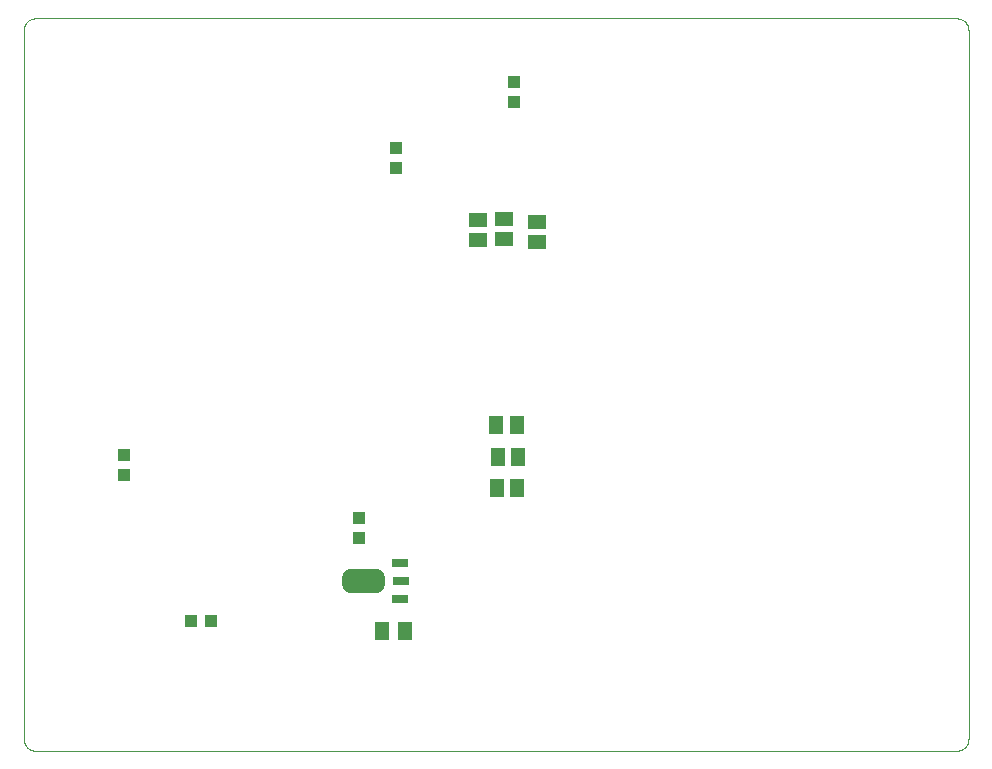
<source format=gbp>
G04 EAGLE Gerber RS-274X export*
G75*
%MOMM*%
%FSLAX34Y34*%
%LPD*%
%INSolder paste bottom*%
%IPPOS*%
%AMOC8*
5,1,8,0,0,1.08239X$1,22.5*%
G01*
%ADD10C,0.000000*%
%ADD11R,1.000000X1.100000*%
%ADD12R,1.300000X1.500000*%
%ADD13R,1.100000X1.000000*%
%ADD14R,1.400000X0.800000*%
%ADD15C,1.524000*%
%ADD16R,1.500000X1.300000*%


D10*
X10000Y0D02*
X790000Y0D01*
X790242Y3D01*
X790483Y12D01*
X790724Y26D01*
X790965Y47D01*
X791205Y73D01*
X791445Y105D01*
X791684Y143D01*
X791921Y186D01*
X792158Y236D01*
X792393Y291D01*
X792627Y351D01*
X792859Y418D01*
X793090Y489D01*
X793319Y567D01*
X793546Y650D01*
X793771Y738D01*
X793994Y832D01*
X794214Y931D01*
X794432Y1036D01*
X794647Y1145D01*
X794860Y1260D01*
X795070Y1380D01*
X795276Y1505D01*
X795480Y1635D01*
X795681Y1770D01*
X795878Y1910D01*
X796072Y2054D01*
X796262Y2203D01*
X796448Y2357D01*
X796631Y2515D01*
X796810Y2677D01*
X796985Y2844D01*
X797156Y3015D01*
X797323Y3190D01*
X797485Y3369D01*
X797643Y3552D01*
X797797Y3738D01*
X797946Y3928D01*
X798090Y4122D01*
X798230Y4319D01*
X798365Y4520D01*
X798495Y4724D01*
X798620Y4930D01*
X798740Y5140D01*
X798855Y5353D01*
X798964Y5568D01*
X799069Y5786D01*
X799168Y6006D01*
X799262Y6229D01*
X799350Y6454D01*
X799433Y6681D01*
X799511Y6910D01*
X799582Y7141D01*
X799649Y7373D01*
X799709Y7607D01*
X799764Y7842D01*
X799814Y8079D01*
X799857Y8316D01*
X799895Y8555D01*
X799927Y8795D01*
X799953Y9035D01*
X799974Y9276D01*
X799988Y9517D01*
X799997Y9758D01*
X800000Y10000D01*
X800000Y610000D01*
X799997Y610242D01*
X799988Y610483D01*
X799974Y610724D01*
X799953Y610965D01*
X799927Y611205D01*
X799895Y611445D01*
X799857Y611684D01*
X799814Y611921D01*
X799764Y612158D01*
X799709Y612393D01*
X799649Y612627D01*
X799582Y612859D01*
X799511Y613090D01*
X799433Y613319D01*
X799350Y613546D01*
X799262Y613771D01*
X799168Y613994D01*
X799069Y614214D01*
X798964Y614432D01*
X798855Y614647D01*
X798740Y614860D01*
X798620Y615070D01*
X798495Y615276D01*
X798365Y615480D01*
X798230Y615681D01*
X798090Y615878D01*
X797946Y616072D01*
X797797Y616262D01*
X797643Y616448D01*
X797485Y616631D01*
X797323Y616810D01*
X797156Y616985D01*
X796985Y617156D01*
X796810Y617323D01*
X796631Y617485D01*
X796448Y617643D01*
X796262Y617797D01*
X796072Y617946D01*
X795878Y618090D01*
X795681Y618230D01*
X795480Y618365D01*
X795276Y618495D01*
X795070Y618620D01*
X794860Y618740D01*
X794647Y618855D01*
X794432Y618964D01*
X794214Y619069D01*
X793994Y619168D01*
X793771Y619262D01*
X793546Y619350D01*
X793319Y619433D01*
X793090Y619511D01*
X792859Y619582D01*
X792627Y619649D01*
X792393Y619709D01*
X792158Y619764D01*
X791921Y619814D01*
X791684Y619857D01*
X791445Y619895D01*
X791205Y619927D01*
X790965Y619953D01*
X790724Y619974D01*
X790483Y619988D01*
X790242Y619997D01*
X790000Y620000D01*
X10000Y620000D01*
X9758Y619997D01*
X9517Y619988D01*
X9276Y619974D01*
X9035Y619953D01*
X8795Y619927D01*
X8555Y619895D01*
X8316Y619857D01*
X8079Y619814D01*
X7842Y619764D01*
X7607Y619709D01*
X7373Y619649D01*
X7141Y619582D01*
X6910Y619511D01*
X6681Y619433D01*
X6454Y619350D01*
X6229Y619262D01*
X6006Y619168D01*
X5786Y619069D01*
X5568Y618964D01*
X5353Y618855D01*
X5140Y618740D01*
X4930Y618620D01*
X4724Y618495D01*
X4520Y618365D01*
X4319Y618230D01*
X4122Y618090D01*
X3928Y617946D01*
X3738Y617797D01*
X3552Y617643D01*
X3369Y617485D01*
X3190Y617323D01*
X3015Y617156D01*
X2844Y616985D01*
X2677Y616810D01*
X2515Y616631D01*
X2357Y616448D01*
X2203Y616262D01*
X2054Y616072D01*
X1910Y615878D01*
X1770Y615681D01*
X1635Y615480D01*
X1505Y615276D01*
X1380Y615070D01*
X1260Y614860D01*
X1145Y614647D01*
X1036Y614432D01*
X931Y614214D01*
X832Y613994D01*
X738Y613771D01*
X650Y613546D01*
X567Y613319D01*
X489Y613090D01*
X418Y612859D01*
X351Y612627D01*
X291Y612393D01*
X236Y612158D01*
X186Y611921D01*
X143Y611684D01*
X105Y611445D01*
X73Y611205D01*
X47Y610965D01*
X26Y610724D01*
X12Y610483D01*
X3Y610242D01*
X0Y610000D01*
X0Y10000D01*
X3Y9758D01*
X12Y9517D01*
X26Y9276D01*
X47Y9035D01*
X73Y8795D01*
X105Y8555D01*
X143Y8316D01*
X186Y8079D01*
X236Y7842D01*
X291Y7607D01*
X351Y7373D01*
X418Y7141D01*
X489Y6910D01*
X567Y6681D01*
X650Y6454D01*
X738Y6229D01*
X832Y6006D01*
X931Y5786D01*
X1036Y5568D01*
X1145Y5353D01*
X1260Y5140D01*
X1380Y4930D01*
X1505Y4724D01*
X1635Y4520D01*
X1770Y4319D01*
X1910Y4122D01*
X2054Y3928D01*
X2203Y3738D01*
X2357Y3552D01*
X2515Y3369D01*
X2677Y3190D01*
X2844Y3015D01*
X3015Y2844D01*
X3190Y2677D01*
X3369Y2515D01*
X3552Y2357D01*
X3738Y2203D01*
X3928Y2054D01*
X4122Y1910D01*
X4319Y1770D01*
X4520Y1635D01*
X4724Y1505D01*
X4930Y1380D01*
X5140Y1260D01*
X5353Y1145D01*
X5568Y1036D01*
X5786Y931D01*
X6006Y832D01*
X6229Y738D01*
X6454Y650D01*
X6681Y567D01*
X6910Y489D01*
X7141Y418D01*
X7373Y351D01*
X7607Y291D01*
X7842Y236D01*
X8079Y186D01*
X8316Y143D01*
X8555Y105D01*
X8795Y73D01*
X9035Y47D01*
X9276Y26D01*
X9517Y12D01*
X9758Y3D01*
X10000Y0D01*
D11*
X284060Y180390D03*
X284060Y197390D03*
D12*
X322700Y101500D03*
X303700Y101500D03*
D13*
X415000Y566000D03*
X415000Y549000D03*
X315000Y493200D03*
X315000Y510200D03*
X85000Y250000D03*
X85000Y233000D03*
D14*
X318850Y158640D03*
X318850Y128160D03*
D15*
X277230Y140860D02*
X277230Y145940D01*
X298490Y145940D01*
X298490Y140860D01*
X277230Y140860D01*
D14*
X319600Y143400D03*
D11*
X141500Y110000D03*
X158500Y110000D03*
D16*
X384330Y449630D03*
X384330Y432630D03*
X406420Y450410D03*
X406420Y433410D03*
X434510Y447270D03*
X434510Y430270D03*
D12*
X401090Y222810D03*
X418090Y222810D03*
X401300Y248790D03*
X418300Y248790D03*
X400320Y275460D03*
X417320Y275460D03*
M02*

</source>
